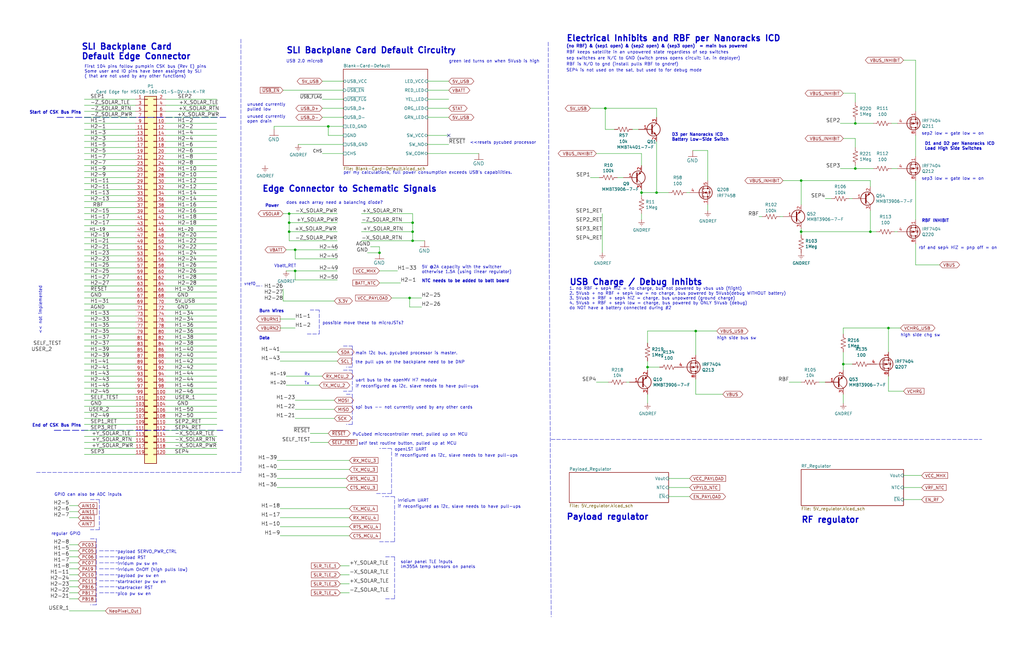
<source format=kicad_sch>
(kicad_sch (version 20211123) (generator eeschema)
  (paper "B")
  (title_block (title "Blank Card for SLI Backplane") (date "2021-11-05") (rev "A") (company "Sierra Lobo INC"))
  (junction (at 173.99 97.79))
  (junction (at 121.92 90.17))
  (junction (at 173.99 93.98))
  (junction (at 138.43 53.34))
  (junction (at 121.92 93.98))
  (junction (at 270.51 81.28))
  (junction (at 337.82 76.2))
  (junction (at 374.65 138.43))
  (junction (at 160.02 106.68))
  (junction (at 273.05 154.94))
  (junction (at 293.37 139.7))
  (junction (at 276.86 81.28))
  (junction (at 172.72 125.73))
  (junction (at 124.46 114.3))
  (junction (at 121.92 97.79))
  (junction (at 367.03 97.79))
  (junction (at 255.27 45.72))
  (junction (at 360.68 52.07))
  (junction (at 124.46 105.41))
  (junction (at 337.82 97.79))
  (junction (at 355.6 153.67))
  (junction (at 173.99 101.6))
  (junction (at 360.68 71.12))
  (no_connect (at 189.23 57.15))
  (wire (pts (xy 91.44 125.73) (xy 69.85 125.73)))
  (wire (pts (xy 91.44 49.53) (xy 69.85 49.53)))
  (polyline (pts (xy 38.1 227.33) (xy 40.64 227.33)))
  (wire (pts (xy 273.05 152.4) (xy 273.05 154.94)))
  (wire (pts (xy 29.21 252.73) (xy 33.02 252.73)))
  (polyline (pts (xy 162.56 252.73) (xy 166.37 252.73)))
  (wire (pts (xy 276.86 45.72) (xy 276.86 49.53)))
  (polyline (pts (xy 101.6 16.51) (xy 101.6 199.39)))
  (wire (pts (xy 91.44 59.69) (xy 69.85 59.69)))
  (wire (pts (xy 57.15 118.11) (xy 35.56 118.11)))
  (wire (pts (xy 189.23 45.72) (xy 180.34 45.72)))
  (wire (pts (xy 91.44 181.61) (xy 69.85 181.61)))
  (wire (pts (xy 57.15 125.73) (xy 35.56 125.73)))
  (wire (pts (xy 91.44 158.75) (xy 69.85 158.75)))
  (wire (pts (xy 57.15 120.65) (xy 35.56 120.65)))
  (wire (pts (xy 180.34 64.77) (xy 201.93 64.77)))
  (wire (pts (xy 118.11 138.43) (xy 124.46 138.43)))
  (wire (pts (xy 255.27 54.61) (xy 259.08 54.61)))
  (wire (pts (xy 130.81 182.88) (xy 138.43 182.88)))
  (wire (pts (xy 355.6 153.67) (xy 355.6 156.21)))
  (polyline (pts (xy 107.95 120.65) (xy 110.49 120.65)))
  (wire (pts (xy 270.51 90.17) (xy 270.51 92.71)))
  (wire (pts (xy 360.68 39.37) (xy 360.68 43.18)))
  (wire (pts (xy 135.89 45.72) (xy 144.78 45.72)))
  (wire (pts (xy 29.21 247.65) (xy 33.02 247.65)))
  (polyline (pts (xy 144.78 156.21) (xy 148.59 156.21)))
  (wire (pts (xy 57.15 171.45) (xy 35.56 171.45)))
  (wire (pts (xy 140.97 176.53) (xy 124.46 176.53)))
  (wire (pts (xy 273.05 166.37) (xy 273.05 170.18)))
  (wire (pts (xy 189.23 34.29) (xy 180.34 34.29)))
  (wire (pts (xy 57.15 67.31) (xy 35.56 67.31)))
  (wire (pts (xy 328.93 91.44) (xy 330.2 91.44)))
  (wire (pts (xy 57.15 140.97) (xy 35.56 140.97)))
  (wire (pts (xy 91.44 156.21) (xy 69.85 156.21)))
  (wire (pts (xy 367.03 97.79) (xy 369.57 97.79)))
  (polyline (pts (xy 49.53 240.03) (xy 49.53 240.03)))
  (wire (pts (xy 124.46 118.11) (xy 124.46 114.3)))
  (wire (pts (xy 29.21 237.49) (xy 33.02 237.49)))
  (polyline (pts (xy 166.37 228.6) (xy 166.37 209.55)))
  (wire (pts (xy 91.44 85.09) (xy 69.85 85.09)))
  (polyline (pts (xy 40.64 255.27) (xy 38.1 255.27)))
  (wire (pts (xy 57.15 41.91) (xy 35.56 41.91)))
  (polyline (pts (xy 41.91 237.49) (xy 49.53 237.49)))
  (wire (pts (xy 91.44 67.31) (xy 69.85 67.31)))
  (wire (pts (xy 173.99 93.98) (xy 152.4 93.98)))
  (wire (pts (xy 121.92 97.79) (xy 121.92 101.6)))
  (wire (pts (xy 355.6 58.42) (xy 360.68 58.42)))
  (wire (pts (xy 386.08 102.87) (xy 386.08 111.76)))
  (polyline (pts (xy 162.56 234.95) (xy 166.37 234.95)))
  (wire (pts (xy 91.44 128.27) (xy 69.85 128.27)))
  (polyline (pts (xy 49.53 237.49) (xy 49.53 237.49)))
  (wire (pts (xy 57.15 62.23) (xy 35.56 62.23)))
  (wire (pts (xy 57.15 151.13) (xy 35.56 151.13)))
  (wire (pts (xy 156.21 104.14) (xy 160.02 104.14)))
  (polyline (pts (xy 146.05 166.37) (xy 148.59 166.37)))
  (wire (pts (xy 320.04 91.44) (xy 321.31 91.44)))
  (wire (pts (xy 173.99 90.17) (xy 173.99 93.98)))
  (polyline (pts (xy 101.6 199.39) (xy 15.24 199.39)))
  (polyline (pts (xy 41.91 234.95) (xy 49.53 234.95)))
  (wire (pts (xy 142.24 148.59) (xy 118.11 148.59)))
  (wire (pts (xy 91.44 191.77) (xy 69.85 191.77)))
  (wire (pts (xy 360.68 71.12) (xy 354.33 71.12)))
  (wire (pts (xy 91.44 62.23) (xy 69.85 62.23)))
  (wire (pts (xy 337.82 76.2) (xy 337.82 86.36)))
  (wire (pts (xy 57.15 130.81) (xy 35.56 130.81)))
  (polyline (pts (xy 41.91 242.57) (xy 49.53 242.57)))
  (wire (pts (xy 189.23 49.53) (xy 180.34 49.53)))
  (wire (pts (xy 140.97 168.91) (xy 124.46 168.91)))
  (wire (pts (xy 57.15 59.69) (xy 35.56 59.69)))
  (wire (pts (xy 270.51 64.77) (xy 270.51 69.85)))
  (wire (pts (xy 358.14 83.82) (xy 359.41 83.82)))
  (wire (pts (xy 273.05 156.21) (xy 273.05 154.94)))
  (wire (pts (xy 337.82 96.52) (xy 337.82 97.79)))
  (wire (pts (xy 91.44 184.15) (xy 69.85 184.15)))
  (wire (pts (xy 177.8 125.73) (xy 172.72 125.73)))
  (wire (pts (xy 116.84 194.31) (xy 147.32 194.31)))
  (polyline (pts (xy 148.59 146.05) (xy 148.59 154.94)))
  (wire (pts (xy 355.6 138.43) (xy 355.6 140.97)))
  (polyline (pts (xy 41.91 210.82) (xy 41.91 223.52)))
  (wire (pts (xy 119.38 38.1) (xy 144.78 38.1)))
  (wire (pts (xy 276.86 81.28) (xy 281.94 81.28)))
  (wire (pts (xy 355.6 166.37) (xy 355.6 170.18)))
  (polyline (pts (xy 41.91 245.11) (xy 49.53 245.11)))
  (wire (pts (xy 57.15 153.67) (xy 35.56 153.67)))
  (wire (pts (xy 143.51 250.19) (xy 147.32 250.19)))
  (wire (pts (xy 121.92 90.17) (xy 121.92 93.98)))
  (wire (pts (xy 119.38 90.17) (xy 121.92 90.17)))
  (wire (pts (xy 270.51 81.28) (xy 270.51 82.55)))
  (wire (pts (xy 125.73 60.96) (xy 144.78 60.96)))
  (wire (pts (xy 91.44 54.61) (xy 69.85 54.61)))
  (wire (pts (xy 167.64 114.3) (xy 160.02 114.3)))
  (wire (pts (xy 91.44 82.55) (xy 69.85 82.55)))
  (wire (pts (xy 57.15 181.61) (xy 35.56 181.61)))
  (wire (pts (xy 57.15 148.59) (xy 35.56 148.59)))
  (polyline (pts (xy 148.59 179.07) (xy 146.05 179.07)))
  (wire (pts (xy 116.84 198.12) (xy 147.32 198.12)))
  (polyline (pts (xy 166.37 209.55) (xy 161.29 209.55)))
  (wire (pts (xy 57.15 156.21) (xy 35.56 156.21)))
  (wire (pts (xy 135.89 64.77) (xy 144.78 64.77)))
  (wire (pts (xy 91.44 173.99) (xy 69.85 173.99)))
  (wire (pts (xy 355.6 148.59) (xy 355.6 153.67)))
  (wire (pts (xy 138.43 57.15) (xy 138.43 53.34)))
  (polyline (pts (xy 148.59 154.94) (xy 146.05 154.94)))
  (wire (pts (xy 91.44 186.69) (xy 69.85 186.69)))
  (wire (pts (xy 57.15 69.85) (xy 35.56 69.85)))
  (wire (pts (xy 189.23 60.96) (xy 180.34 60.96)))
  (wire (pts (xy 355.6 39.37) (xy 360.68 39.37)))
  (wire (pts (xy 57.15 95.25) (xy 35.56 95.25)))
  (wire (pts (xy 330.2 76.2) (xy 337.82 76.2)))
  (wire (pts (xy 273.05 139.7) (xy 273.05 144.78)))
  (polyline (pts (xy 134.62 130.81) (xy 130.81 130.81)))
  (wire (pts (xy 57.15 52.07) (xy 35.56 52.07)))
  (polyline (pts (xy 158.75 208.28) (xy 165.1 208.28)))
  (wire (pts (xy 91.44 168.91) (xy 69.85 168.91)))
  (wire (pts (xy 91.44 151.13) (xy 69.85 151.13)))
  (wire (pts (xy 289.56 81.28) (xy 290.83 81.28)))
  (wire (pts (xy 57.15 44.45) (xy 35.56 44.45)))
  (polyline (pts (xy 40.64 227.33) (xy 40.64 255.27)))
  (wire (pts (xy 252.73 74.93) (xy 248.92 74.93)))
  (wire (pts (xy 381 25.4) (xy 386.08 25.4)))
  (wire (pts (xy 367.03 88.9) (xy 367.03 97.79)))
  (wire (pts (xy 57.15 46.99) (xy 35.56 46.99)))
  (wire (pts (xy 57.15 158.75) (xy 35.56 158.75)))
  (wire (pts (xy 57.15 113.03) (xy 35.56 113.03)))
  (wire (pts (xy 121.92 101.6) (xy 142.24 101.6)))
  (wire (pts (xy 33.02 218.44) (xy 29.21 218.44)))
  (wire (pts (xy 172.72 129.54) (xy 177.8 129.54)))
  (wire (pts (xy 168.91 119.38) (xy 160.02 119.38)))
  (wire (pts (xy 91.44 87.63) (xy 69.85 87.63)))
  (wire (pts (xy 374.65 138.43) (xy 374.65 148.59)))
  (wire (pts (xy 29.21 242.57) (xy 33.02 242.57)))
  (wire (pts (xy 293.37 160.02) (xy 293.37 166.37)))
  (wire (pts (xy 270.51 80.01) (xy 270.51 81.28)))
  (wire (pts (xy 57.15 54.61) (xy 35.56 54.61)))
  (polyline (pts (xy 41.91 240.03) (xy 49.53 240.03)))
  (wire (pts (xy 266.7 54.61) (xy 269.24 54.61)))
  (wire (pts (xy 29.21 232.41) (xy 33.02 232.41)))
  (wire (pts (xy 298.45 63.5) (xy 292.1 63.5)))
  (wire (pts (xy 91.44 72.39) (xy 69.85 72.39)))
  (wire (pts (xy 381 205.74) (xy 388.62 205.74)))
  (wire (pts (xy 302.26 139.7) (xy 293.37 139.7)))
  (wire (pts (xy 120.65 162.56) (xy 134.62 162.56)))
  (wire (pts (xy 135.89 41.91) (xy 144.78 41.91)))
  (wire (pts (xy 91.44 153.67) (xy 69.85 153.67)))
  (wire (pts (xy 248.92 45.72) (xy 255.27 45.72)))
  (wire (pts (xy 293.37 166.37) (xy 304.8 166.37)))
  (wire (pts (xy 172.72 125.73) (xy 172.72 129.54)))
  (polyline (pts (xy 134.62 140.97) (xy 134.62 130.81)))
  (wire (pts (xy 57.15 107.95) (xy 35.56 107.95)))
  (wire (pts (xy 57.15 168.91) (xy 35.56 168.91)))
  (wire (pts (xy 57.15 166.37) (xy 35.56 166.37)))
  (wire (pts (xy 124.46 114.3) (xy 142.24 114.3)))
  (wire (pts (xy 124.46 109.22) (xy 142.24 109.22)))
  (wire (pts (xy 386.08 76.2) (xy 386.08 92.71)))
  (polyline (pts (xy 148.59 165.1) (xy 144.78 165.1)))
  (wire (pts (xy 360.68 50.8) (xy 360.68 52.07)))
  (wire (pts (xy 377.19 97.79) (xy 378.46 97.79)))
  (wire (pts (xy 189.23 57.15) (xy 180.34 57.15)))
  (wire (pts (xy 360.68 58.42) (xy 360.68 62.23)))
  (wire (pts (xy 337.82 97.79) (xy 337.82 99.06)))
  (polyline (pts (xy 24.13 49.53) (xy 95.25 49.53)) (stroke (width 0.254)))
  (wire (pts (xy 116.84 201.93) (xy 146.05 201.93)))
  (wire (pts (xy 270.51 81.28) (xy 276.86 81.28)))
  (wire (pts (xy 143.51 246.38) (xy 147.32 246.38)))
  (wire (pts (xy 33.02 250.19) (xy 29.21 250.19)))
  (wire (pts (xy 135.89 34.29) (xy 144.78 34.29)))
  (wire (pts (xy 154.94 106.68) (xy 160.02 106.68)))
  (wire (pts (xy 91.44 123.19) (xy 69.85 123.19)))
  (wire (pts (xy 57.15 105.41) (xy 35.56 105.41)))
  (wire (pts (xy 91.44 148.59) (xy 69.85 148.59)))
  (wire (pts (xy 179.07 101.6) (xy 173.99 101.6)))
  (wire (pts (xy 386.08 111.76) (xy 396.24 111.76)))
  (wire (pts (xy 57.15 74.93) (xy 35.56 74.93)))
  (wire (pts (xy 57.15 135.89) (xy 35.56 135.89)))
  (wire (pts (xy 116.84 205.74) (xy 146.05 205.74)))
  (wire (pts (xy 91.44 80.01) (xy 69.85 80.01)))
  (wire (pts (xy 91.44 107.95) (xy 69.85 107.95)))
  (wire (pts (xy 57.15 90.17) (xy 35.56 90.17)))
  (wire (pts (xy 57.15 191.77) (xy 35.56 191.77)))
  (wire (pts (xy 359.41 153.67) (xy 355.6 153.67)))
  (polyline (pts (xy 166.37 234.95) (xy 166.37 252.73)))
  (wire (pts (xy 118.11 222.25) (xy 147.32 222.25)))
  (wire (pts (xy 57.15 173.99) (xy 35.56 173.99)))
  (wire (pts (xy 375.92 71.12) (xy 378.46 71.12)))
  (polyline (pts (xy 22.86 181.61) (xy 93.98 181.61)) (stroke (width 0.254)))
  (wire (pts (xy 255.27 54.61) (xy 255.27 45.72)))
  (wire (pts (xy 57.15 49.53) (xy 35.56 49.53)))
  (wire (pts (xy 173.99 97.79) (xy 152.4 97.79)))
  (wire (pts (xy 91.44 44.45) (xy 69.85 44.45)))
  (wire (pts (xy 57.15 138.43) (xy 35.56 138.43)))
  (wire (pts (xy 367.03 76.2) (xy 367.03 78.74)))
  (wire (pts (xy 57.15 146.05) (xy 35.56 146.05)))
  (wire (pts (xy 91.44 90.17) (xy 69.85 90.17)))
  (polyline (pts (xy 160.02 228.6) (xy 166.37 228.6)))
  (wire (pts (xy 57.15 92.71) (xy 35.56 92.71)))
  (wire (pts (xy 91.44 41.91) (xy 69.85 41.91)))
  (wire (pts (xy 251.46 64.77) (xy 270.51 64.77)))
  (wire (pts (xy 91.44 143.51) (xy 69.85 143.51)))
  (polyline (pts (xy 41.91 247.65) (xy 49.53 247.65)))
  (wire (pts (xy 57.15 110.49) (xy 35.56 110.49)))
  (wire (pts (xy 140.97 172.72) (xy 124.46 172.72)))
  (wire (pts (xy 91.44 146.05) (xy 69.85 146.05)))
  (wire (pts (xy 57.15 115.57) (xy 35.56 115.57)))
  (wire (pts (xy 173.99 93.98) (xy 173.99 97.79)))
  (wire (pts (xy 57.15 128.27) (xy 35.56 128.27)))
  (wire (pts (xy 290.83 201.93) (xy 281.94 201.93)))
  (wire (pts (xy 91.44 69.85) (xy 69.85 69.85)))
  (wire (pts (xy 91.44 179.07) (xy 69.85 179.07)))
  (wire (pts (xy 144.78 57.15) (xy 138.43 57.15)))
  (wire (pts (xy 91.44 110.49) (xy 69.85 110.49)))
  (polyline (pts (xy 1041.4 464.82) (xy 1041.4 452.12)))
  (wire (pts (xy 57.15 133.35) (xy 35.56 133.35)))
  (wire (pts (xy 57.15 85.09) (xy 35.56 85.09)))
  (polyline (pts (xy 165.1 208.28) (xy 165.1 189.23)))
  (wire (pts (xy 57.15 80.01) (xy 35.56 80.01)))
  (wire (pts (xy 332.74 161.29) (xy 337.82 161.29)))
  (wire (pts (xy 251.46 161.29) (xy 256.54 161.29)))
  (wire (pts (xy 189.23 38.1) (xy 180.34 38.1)))
  (wire (pts (xy 119.38 127) (xy 140.97 127)))
  (wire (pts (xy 355.6 138.43) (xy 374.65 138.43)))
  (wire (pts (xy 115.57 53.34) (xy 138.43 53.34)))
  (wire (pts (xy 298.45 63.5) (xy 298.45 76.2)))
  (wire (pts (xy 388.62 200.66) (xy 381 200.66)))
  (wire (pts (xy 91.44 166.37) (xy 69.85 166.37)))
  (polyline (pts (xy 231.14 17.78) (xy 232.41 260.35)))
  (polyline (pts (xy 129.54 140.97) (xy 134.62 140.97)))
  (wire (pts (xy 57.15 123.19) (xy 35.56 123.19)))
  (wire (pts (xy 375.92 52.07) (xy 378.46 52.07)))
  (wire (pts (xy 254 90.17) (xy 254 106.68)))
  (wire (pts (xy 91.44 57.15) (xy 69.85 57.15)))
  (wire (pts (xy 142.24 152.4) (xy 118.11 152.4)))
  (wire (pts (xy 29.21 257.81) (xy 44.45 257.81)))
  (wire (pts (xy 120.65 105.41) (xy 124.46 105.41)))
  (wire (pts (xy 273.05 139.7) (xy 293.37 139.7)))
  (wire (pts (xy 29.21 215.9) (xy 33.02 215.9)))
  (wire (pts (xy 115.57 53.34) (xy 115.57 54.61)))
  (wire (pts (xy 347.98 83.82) (xy 350.52 83.82)))
  (wire (pts (xy 91.44 163.83) (xy 69.85 163.83)))
  (wire (pts (xy 57.15 97.79) (xy 35.56 97.79)))
  (wire (pts (xy 379.73 138.43) (xy 374.65 138.43)))
  (wire (pts (xy 91.44 100.33) (xy 69.85 100.33)))
  (polyline (pts (xy 148.59 156.21) (xy 148.59 165.1)))
  (wire (pts (xy 121.92 93.98) (xy 121.92 97.79)))
  (polyline (pts (xy 165.1 189.23) (xy 160.02 189.23)))
  (wire (pts (xy 57.15 87.63) (xy 35.56 87.63)))
  (wire (pts (xy 360.68 71.12) (xy 368.3 71.12)))
  (wire (pts (xy 91.44 92.71) (xy 69.85 92.71)))
  (wire (pts (xy 255.27 45.72) (xy 276.86 45.72)))
  (wire (pts (xy 281.94 205.74) (xy 290.83 205.74)))
  (wire (pts (xy 91.44 130.81) (xy 69.85 130.81)))
  (wire (pts (xy 119.38 127) (xy 119.38 121.92)))
  (wire (pts (xy 142.24 93.98) (xy 121.92 93.98)))
  (wire (pts (xy 124.46 134.62) (xy 118.11 134.62)))
  (wire (pts (xy 374.65 165.1) (xy 381 165.1)))
  (wire (pts (xy 293.37 139.7) (xy 293.37 149.86)))
  (wire (pts (xy 180.34 41.91) (xy 189.23 41.91)))
  (wire (pts (xy 91.44 115.57) (xy 69.85 115.57)))
  (wire (pts (xy 130.81 186.69) (xy 138.43 186.69)))
  (wire (pts (xy 260.35 74.93) (xy 262.89 74.93)))
  (wire (pts (xy 33.02 240.03) (xy 29.21 240.03)))
  (wire (pts (xy 142.24 105.41) (xy 124.46 105.41)))
  (wire (pts (xy 143.51 238.76) (xy 147.32 238.76)))
  (wire (pts (xy 91.44 77.47) (xy 69.85 77.47)))
  (wire (pts (xy 144.78 53.34) (xy 138.43 53.34)))
  (wire (pts (xy 91.44 176.53) (xy 69.85 176.53)))
  (wire (pts (xy 135.89 49.53) (xy 144.78 49.53)))
  (wire (pts (xy 91.44 118.11) (xy 69.85 118.11)))
  (wire (pts (xy 264.16 161.29) (xy 265.43 161.29)))
  (wire (pts (xy 57.15 176.53) (xy 35.56 176.53)))
  (wire (pts (xy 337.82 97.79) (xy 367.03 97.79)))
  (wire (pts (xy 381 210.82) (xy 388.62 210.82)))
  (wire (pts (xy 57.15 72.39) (xy 35.56 72.39)))
  (wire (pts (xy 91.44 105.41) (xy 69.85 105.41)))
  (wire (pts (xy 91.44 189.23) (xy 69.85 189.23)))
  (wire (pts (xy 57.15 189.23) (xy 35.56 189.23)))
  (wire (pts (xy 91.44 95.25) (xy 69.85 95.25)))
  (wire (pts (xy 91.44 74.93) (xy 69.85 74.93)))
  (wire (pts (xy 57.15 102.87) (xy 35.56 102.87)))
  (wire (pts (xy 91.44 140.97) (xy 69.85 140.97)))
  (wire (pts (xy 124.46 105.41) (xy 124.46 109.22)))
  (wire (pts (xy 143.51 242.57) (xy 147.32 242.57)))
  (wire (pts (xy 118.11 218.44) (xy 147.32 218.44)))
  (wire (pts (xy 29.21 229.87) (xy 33.02 229.87)))
  (wire (pts (xy 57.15 163.83) (xy 35.56 163.83)))
  (wire (pts (xy 57.15 184.15) (xy 35.56 184.15)))
  (polyline (pts (xy 41.91 232.41) (xy 49.53 232.41)))
  (polyline (pts (xy 38.1 210.82) (xy 41.91 210.82)))
  (wire (pts (xy 374.65 158.75) (xy 374.65 165.1)))
  (wire (pts (xy 360.68 52.07) (xy 368.3 52.07)))
  (wire (pts (xy 57.15 100.33) (xy 35.56 100.33)))
  (wire (pts (xy 91.44 171.45) (xy 69.85 171.45)))
  (wire (pts (xy 281.94 209.55) (xy 290.83 209.55)))
  (wire (pts (xy 386.08 25.4) (xy 386.08 46.99)))
  (wire (pts (xy 121.92 90.17) (xy 142.24 90.17)))
  (wire (pts (xy 91.44 120.65) (xy 69.85 120.65)))
  (wire (pts (xy 57.15 186.69) (xy 35.56 186.69)))
  (wire (pts (xy 91.44 102.87) (xy 69.85 102.87)))
  (wire (pts (xy 276.86 59.69) (xy 276.86 81.28)))
  (wire (pts (xy 57.15 143.51) (xy 35.56 143.51)))
  (wire (pts (xy 57.15 57.15) (xy 35.56 57.15)))
  (wire (pts (xy 142.24 97.79) (xy 121.92 97.79)))
  (wire (pts (xy 91.44 135.89) (xy 69.85 135.89)))
  (wire (pts (xy 160.02 104.14) (xy 160.02 106.68)))
  (wire (pts (xy 386.08 66.04) (xy 386.08 57.15)))
  (wire (pts (xy 173.99 90.17) (xy 152.4 90.17)))
  (wire (pts (xy 173.99 101.6) (xy 152.4 101.6)))
  (polyline (pts (xy 41.91 250.19) (xy 49.53 250.19)))
  (wire (pts (xy 91.44 113.03) (xy 69.85 113.03)))
  (wire (pts (xy 57.15 64.77) (xy 35.56 64.77)))
  (polyline (pts (xy 148.59 166.37) (xy 148.59 179.07)))
  (wire (pts (xy 91.44 64.77) (xy 69.85 64.77)))
  (polyline (pts (xy 41.91 223.52) (xy 38.1 223.52)))
  (wire (pts (xy 345.44 161.29) (xy 347.98 161.29)))
  (wire (pts (xy 91.44 46.99) (xy 69.85 46.99)))
  (wire (pts (xy 91.44 161.29) (xy 69.85 161.29)))
  (wire (pts (xy 91.44 97.79) (xy 69.85 97.79)))
  (wire (pts (xy 124.46 118.11) (xy 142.24 118.11)))
  (wire (pts (xy 33.02 245.11) (xy 29.21 245.11)))
  (wire (pts (xy 337.82 76.2) (xy 367.03 76.2)))
  (wire (pts (xy 360.68 69.85) (xy 360.68 71.12)))
  (wire (pts (xy 33.02 213.36) (xy 29.21 213.36)))
  (polyline (pts (xy 232.41 185.42) (xy 414.02 185.42)))
  (wire (pts (xy 57.15 179.07) (xy 35.56 179.07)))
  (wire (pts (xy 173.99 97.79) (xy 173.99 101.6)))
  (wire (pts (xy 57.15 161.29) (xy 35.56 161.29)))
  (wire (pts (xy 120.65 114.3) (xy 124.46 114.3)))
  (wire (pts (xy 354.33 52.07) (xy 360.68 52.07)))
  (wire (pts (xy 91.44 133.35) (xy 69.85 133.35)))
  (polyline (pts (xy 144.78 146.05) (xy 148.59 146.05)))
  (wire (pts (xy 91.44 138.43) (xy 69.85 138.43)))
  (wire (pts (xy 33.02 234.95) (xy 29.21 234.95)))
  (wire (pts (xy 57.15 82.55) (xy 35.56 82.55)))
  (wire (pts (xy 165.1 125.73) (xy 172.72 125.73)))
  (wire (pts (xy 278.13 154.94) (xy 273.05 154.94)))
  (wire (pts (xy 118.11 226.06) (xy 147.32 226.06)))
  (wire (pts (xy 118.11 214.63) (xy 147.32 214.63)))
  (wire (pts (xy 135.89 158.75) (xy 120.65 158.75)))
  (wire (pts (xy 298.45 86.36) (xy 298.45 88.9)))
  (wire (pts (xy 35.56 77.47) (xy 57.15 77.47)))
  (wire (pts (xy 91.44 52.07) (xy 69.85 52.07)))
  (text "rbf and sep4 HiZ = pnp off = on" (at 387.35 105.41 0) (effects (font (size 1.27 1.27)) (justify left bottom)))
  (text "SEP4 is not used on the sat, but used to for debug mode" (at 238.76 30.48 0) (effects (font (size 1.27 1.27)) (justify left bottom)))
  (text "pico pw sw en" (at 49.53 251.46 0) (effects (font (size 1.27 1.27)) (justify left bottom)))
  (text "possible move these to microJSTs?" (at 135.89 137.16 0) (effects (font (size 1.27 1.27)) (justify left bottom)))
  (text "high side chg sw" (at 379.73 142.24 0) (effects (font (size 1.27 1.27)) (justify left bottom)))
  (text "Power" (at 111.76 87.63 0) (effects (font (size 1.27 1.27) (thickness 0.254) bold) (justify left bottom)))
  (text "if reconfigured as i2c, slave needs to have pull-ups" (at 149.86 163.83 0) (effects (font (size 1.27 1.27)) (justify left bottom)))
  (text "RBF is N/O to gnd (install pulls RBF to gndref)" (at 238.76 27.94 0) (effects (font (size 1.27 1.27)) (justify left bottom)))
  (text "Tx" (at 128.27 162.56 0) (effects (font (size 1.27 1.27)) (justify left bottom)))
  (text "RBF INHIBIT" (at 388.62 93.98 0) (effects (font (size 1.27 1.27) (thickness 0.254) bold) (justify left bottom)))
  (text "irridum OnOff (high pulls low)" (at 49.53 241.3 0) (effects (font (size 1.27 1.27)) (justify left bottom)))
  (text "spi bus -- not currently used by any other cards" (at 149.86 172.72 0) (effects (font (size 1.27 1.27)) (justify left bottom)))
  (text "NTC needs to be added to batt board" (at 177.8 119.38 0) (effects (font (size 1.27 1.27) (thickness 0.254) bold) (justify left bottom)))
  (text "SLI Backplane Card \nDefault Edge Connector" (at 34.29 25.4 0) (effects (font (size 2.54 2.54) (thickness 0.508) bold) (justify left bottom)))
  (text "Data" (at 109.22 143.51 0) (effects (font (size 1.27 1.27) (thickness 0.254) bold) (justify left bottom)))
  (text "solar panel TLE inputs\nlm355A temp sensors on panels" (at 168.91 240.03 0) (effects (font (size 1.27 1.27)) (justify left bottom)))
  (text "sep2 low = gate low = on" (at 388.62 57.15 0) (effects (font (size 1.27 1.27)) (justify left bottom)))
  (text "Start of CSK Bus Pins" (at 34.29 48.26 180) (effects (font (size 1.27 1.27) (thickness 0.254) bold) (justify right bottom)))
  (text "PuCubed microcontroller reset, pulled up on MCU" (at 148.59 184.15 0) (effects (font (size 1.27 1.27)) (justify left bottom)))
  (text "USB 2.0 microB" (at 120.65 26.67 0) (effects (font (size 1.27 1.27)) (justify left bottom)))
  (text "regular GPIO" (at 21.59 226.06 0) (effects (font (size 1.27 1.27)) (justify left bottom)))
  (text "Irridium UART" (at 167.64 212.09 0) (effects (font (size 1.27 1.27)) (justify left bottom)))
  (text "startracker pw sw en" (at 49.53 246.38 0) (effects (font (size 1.27 1.27)) (justify left bottom)))
  (text "startracker RST" (at 49.53 248.92 0) (effects (font (size 1.27 1.27)) (justify left bottom)))
  (text "5V @2A capacity with the switcher\notherwise 1.5A (using linear regulator)" (at 177.8 115.57 0) (effects (font (size 1.27 1.27)) (justify left bottom)))
  (text "if reconfigured as i2c, slave needs to have pull-ups" (at 167.64 214.63 0) (effects (font (size 1.27 1.27)) (justify left bottom)))
  (text "D3 per Nanoracks ICD\nBattery Low-Side Switch" (at 283.21 59.69 0) (effects (font (size 1.27 1.27) (thickness 0.254) bold) (justify left bottom)))
  (text "D1 and D2 per Nanoracks ICD\nLoad High Side Switches" (at 389.89 63.5 0) (effects (font (size 1.27 1.27) (thickness 0.254) bold) (justify left bottom)))
  (text "unused currently \nopen drain" (at 104.14 52.07 0) (effects (font (size 1.27 1.27)) (justify left bottom)))
  (text "openLST UART" (at 166.37 190.5 0) (effects (font (size 1.27 1.27)) (justify left bottom)))
  (text "GPIO can also be ADC inputs" (at 22.86 209.55 0) (effects (font (size 1.27 1.27)) (justify left bottom)))
  (text "unused currently\npulled low" (at 104.14 46.99 0) (effects (font (size 1.27 1.27)) (justify left bottom)))
  (text "sep switches are N/C to GND (switch press opens circuit; i.e. in deployer)" (at 238.76 25.4 0) (effects (font (size 1.27 1.27)) (justify left bottom)))
  (text "main i2c bus, pycubed processor is master. " (at 149.86 149.86 0) (effects (font (size 1.27 1.27)) (justify left bottom)))
  (text "sep3 low = gate low = on" (at 388.62 76.2 0) (effects (font (size 1.27 1.27)) (justify left bottom)))
  (text "uart bus to the openMV H7 module" (at 149.86 161.29 0) (effects (font (size 1.27 1.27)) (justify left bottom)))
  (text "payload RST" (at 49.53 236.22 0) (effects (font (size 1.27 1.27)) (justify left bottom)))
  (text "does each array need a balancing diode?" (at 120.65 86.36 0) (effects (font (size 1.27 1.27)) (justify left bottom)))
  (text "RF regulator" (at 337.82 220.98 0) (effects (font (size 2.54 2.54) (thickness 0.508) bold) (justify left bottom)))
  (text "USB Charge / Debug Inhibts" (at 240.03 120.65 0) (effects (font (size 2.54 2.54) (thickness 0.508) bold) (justify left bottom)))
  (text "RBF keeps satellite in an unpowered state regardless of sep switches" (at 238.76 22.86 0) (effects (font (size 1.27 1.27)) (justify left bottom)))
  (text "vref0" (at 102.87 120.65 0) (effects (font (size 1.27 1.27)) (justify left bottom)))
  (text "Rx" (at 128.27 158.75 0) (effects (font (size 1.27 1.27)) (justify left bottom)))
  (text "self test routine button, pulled up at MCU" (at 151.13 187.96 0) (effects (font (size 1.27 1.27)) (justify left bottom)))
  (text "1. no RBF + sep4 hiZ = no charge, bus not powered by vbus usb (flight)\n2. 5Vusb + no RBF + sep4 low = no charge, bus powered by 5Vusb(debug WITHOUT battery)\n3. 5Vusb + RBF + sep4 hiZ = charge, bus unpowered (ground charge)\n4. 5Vusb + RBF + sep4 low = charge, bus powered by ONLY 5Vusb (debug)\ndo NOT have a battery connected during #2\n" (at 240.03 130.81 0) (effects (font (size 1.27 1.27)) (justify left bottom)))
  (text "<< not implemented" (at 17.78 140.97 90) (effects (font (size 1.27 1.27)) (justify left bottom)))
  (text "green led turns on when 5Vusb is high" (at 189.23 26.67 0) (effects (font (size 1.27 1.27)) (justify left bottom)))
  (text "Burn Wires" (at 109.22 132.08 0) (effects (font (size 1.27 1.27) (thickness 0.254) bold) (justify left bottom)))
  (text "Edge Connector to Schematic Signals" (at 110.49 81.28 0) (effects (font (size 2.54 2.54) (thickness 0.508) bold) (justify left bottom)))
  (text "high side bus sw" (at 302.26 143.51 0) (effects (font (size 1.27 1.27)) (justify left bottom)))
  (text "SLI Backplane Card Default Circuitry" (at 120.65 22.86 0) (effects (font (size 2.54 2.54) (thickness 0.508) bold) (justify left bottom)))
  (text "<<resets pycubed processor" (at 198.12 60.96 0) (effects (font (size 1.27 1.27)) (justify left bottom)))
  (text "if reconfigured as i2c, slave needs to have pull-ups" (at 166.37 193.04 0) (effects (font (size 1.27 1.27)) (justify left bottom)))
  (text "End of CSK Bus Pins" (at 34.29 180.34 180) (effects (font (size 1.27 1.27) (thickness 0.254) bold) (justify right bottom)))
  (text "Electrical Inhibits and RBF per Nanoracks ICD" (at 238.76 17.78 0) (effects (font (size 2.54 2.54) (thickness 0.508) bold) (justify left bottom)))
  (text "irridum pw sw en" (at 49.53 238.76 0) (effects (font (size 1.27 1.27)) (justify left bottom)))
  (text "Vbatt_RET" (at 115.57 113.03 0) (effects (font (size 1.27 1.27)) (justify left bottom)))
  (text "payload pw sw en" (at 49.53 243.84 0) (effects (font (size 1.27 1.27)) (justify left bottom)))
  (text "the pull ups on the backplane need to be DNP" (at 149.86 153.67 0) (effects (font (size 1.27 1.27)) (justify left bottom)))
  (text "(no RBF) & (sep1 open) & (sep2 open) & (sep3 open)  = main bus powered" (at 238.76 20.32 0) (effects (font (size 1.27 1.27) (thickness 0.254) bold) (justify left bottom)))
  (text "per my calculations, full power consumption exceeds USB's capabilities." (at 144.78 73.66 0) (effects (font (size 1.27 1.27)) (justify left bottom)))
  (text "payload SERVO_PWR_CTRL" (at 49.53 233.68 0) (effects (font (size 1.27 1.27)) (justify left bottom)))
  (text "Payload regulator" (at 238.76 219.71 0) (effects (font (size 2.54 2.54) (thickness 0.508) bold) (justify left bottom)))
  (text "First 104 pins follow pumpkin CSK bus (Rev E) pins\nSome user and IO pins have been assigned by SLI \n( that are not used by any other functions)" (at 35.56 33.02 0) (effects (font (size 1.27 1.27)) (justify left bottom)))
  (label "H1-28" (at 74.93 118.11 0) (effects (font (size 1.524 1.524))))
  (label "~{RESET}" (at 130.81 182.88 180) (effects (font (size 1.524 1.524))))
  (label "H2-16" (at 74.93 90.17 0) (effects (font (size 1.524 1.524))))
  (label "SEP3_RET" (at 254 97.79 180) (effects (font (size 1.524 1.524))))
  (label "H1-33" (at 167.64 114.3 0) (effects (font (size 1.524 1.524))))
  (label "SEP2_RET" (at 73.66 179.07 0) (effects (font (size 1.524 1.524))))
  (label "H1-8" (at 74.93 67.31 0) (effects (font (size 1.524 1.524))))
  (label "H2-50" (at 134.62 118.11 0) (effects (font (size 1.524 1.524))))
  (label "H1-21" (at 38.1 102.87 0) (effects (font (size 1.524 1.524))))
  (label "+X_SOLAR_PWR" (at 124.206 97.79 0) (effects (font (size 1.524 1.524))))
  (label "H1-16" (at 74.93 87.63 0) (effects (font (size 1.524 1.524))))
  (label "H1-1" (at 124.46 134.62 0) (effects (font (size 1.524 1.524))))
  (label "H2-35" (at 38.1 140.97 0) (effects (font (size 1.524 1.524))))
  (label "SELF_TEST" (at 38.1 168.91 0) (effects (font (size 1.524 1.524))))
  (label "H1-35" (at 38.1 138.43 0) (effects (font (size 1.524 1.524))))
  (label "RBF" (at 39.116 87.63 0) (effects (font (size 1.524 1.524))))
  (label "H2-24" (at 29.21 245.11 180) (effects (font (size 1.524 1.524))))
  (label "H2-22" (at 74.93 105.41 0) (effects (font (size 1.524 1.524))))
  (label "H1-7" (at 29.21 237.49 180) (effects (font (size 1.524 1.524))))
  (label "H2-21" (at 29.21 252.73 180) (effects (font (size 1.524 1.524))))
  (label "H2-33" (at 38.1 135.89 0) (effects (font (size 1.524 1.524))))
  (label "SEP3_RET" (at 38.1 181.61 0) (effects (font (size 1.524 1.524))))
  (label "H2-9" (at 38.1 74.93 0) (effects (font (size 1.524 1.524))))
  (label "H1-21" (at 124.46 176.53 180) (effects (font (size 1.524 1.524))))
  (label "CHS" (at 135.89 64.77 180))
  (label "H1-2" (at 74.93 52.07 0) (effects (font (size 1.524 1.524))))
  (label "H1-10" (at 118.11 222.25 180) (effects (font (size 1.524 1.524))))
  (label "H2-14" (at 74.93 85.09 0) (effects (font (size 1.524 1.524))))
  (label "H2-45" (at 38.1 166.37 0) (effects (font (size 1.524 1.524))))
  (label "H1-34" (at 73.66 133.35 0) (effects (font (size 1.524 1.524))))
  (label "H1-11" (at 38.1 77.47 0) (effects (font (size 1.524 1.524))))
  (label "H1-36" (at 73.66 138.43 0) (effects (font (size 1.524 1.524))))
  (label "H2-8" (at 29.21 229.87 180) (effects (font (size 1.524 1.524))))
  (label "+Y_SOLAR_TLE" (at 147.32 238.76 0) (effects (font (size 1.524 1.524))))
  (label "SEP4" (at 73.66 191.77 0) (effects (font (size 1.524 1.524))))
  (label "H1-41" (at 38.1 153.67 0) (effects (font (size 1.524 1.524))))
  (label "H2-25" (at 38.1 115.57 0) (effects (font (size 1.524 1.524))))
  (label "~{RESET}" (at 189.23 60.96 0) (effects (font (size 1.524 1.524))))
  (label "H1-5" (at 29.21 232.41 180) (effects (font (size 1.524 1.524))))
  (label "SEP3" (at 354.33 71.12 180) (effects (font (size 1.524 1.524))))
  (label "H1-46" (at 73.66 163.83 0) (effects (font (size 1.524 1.524))))
  (label "+X_SOLAR_TLE" (at 75.438 44.45 0) (effects (font (size 1.524 1.524))))
  (label "H1-20" (at 120.65 162.56 180))
  (label "H2-28" (at 119.38 127 180) (effects (font (size 1.524 1.524))))
  (label "H1-9" (at 118.11 226.06 180) (effects (font (size 1.524 1.524))))
  (label "H1-20" (at 74.93 97.79 0))
  (label "H1-39" (at 38.1 148.59 0) (effects (font (size 1.524 1.524))))
  (label "-Z_SOLAR_PWR" (at 124.46 101.6 0) (effects (font (size 1.524 1.524))))
  (label "H2-19" (at 38.1 100.33 0) (effects (font (size 1.524 1.524))))
  (label "H2-38" (at 73.66 146.05 0) (effects (font (size 1.524 1.524))))
  (label "SELF_TEST" (at 130.81 186.69 180) (effects (font (size 1.524 1.524))))
  (label "GND" (at 155.194 106.68 180) (effects (font (size 1.524 1.524))))
  (label "~{RESET}" (at 38.1 123.19 0) (effects (font (size 1.524 1.524))))
  (label "H1-33" (at 38.1 133.35 0) (effects (font (size 1.524 1.524))))
  (label "H1-25" (at 38.1 113.03 0) (effects (font (size 1.524 1.524))))
  (label "+X_SOLAR_PWR" (at 74.676 49.53 0) (effects (font (size 1.524 1.524))))
  (label "H2-42" (at 73.66 156.21 0) (effects (font (size 1.524 1.524))))
  (label "H2-28" (at 74.93 120.65 0) (effects (font (size 1.524 1.524))))
  (label "H2-44" (at 73.66 161.29 0) (effects (font (size 1.524 1.524))))
  (label "-Z_SOLAR_TLE" (at 38.1 44.45 0) (effects (font (size 1.524 1.524))))
  (label "H2-46" (at 73.66 166.37 0) (effects (font (size 1.524 1.524))))
  (label "H2-18" (at 74.93 95.25 0) (effects (font (size 1.524 1.524))))
  (label "USER_2" (at 37.338 173.99 0) (effects (font (size 1.524 1.524))))
  (label "-X_SOLAR_PWR" (at 73.66 189.23 0) (effects (font (size 1.524 1.524))))
  (label "H1-40" (at 73.66 148.59 0) (effects (font (size 1.524 1.524))))
  (label "H2-24" (at 74.93 110.49 0) (effects (font (size 1.524 1.524))))
  (label "-Z_SOLAR_RTN" (at 38.1 46.99 0) (effects (font (size 1.524 1.524))))
  (label "SEP2" (at 74.93 41.91 0) (effects (font (size 1.524 1.524))))
  (label "USER_1" (at 29.21 257.81 180) (effects (font (size 1.524 1.524))))
  (label "H1-45" (at 38.1 163.83 0) (effects (font (size 1.524 1.524))))
  (label "H2-20" (at 74.93 100.33 0) (effects (font (size 1.524 1.524))))
  (label "H1-12" (at 74.93 77.47 0) (effects (font (size 1.524 1.524))))
  (label "+Y_SOLAR_RTN" (at 38.608 186.69 0) (effects (font (size 1.524 1.524))))
  (label "-X_SOLAR_TLE" (at 147.32 242.57 0) (effects (font (size 1.524 1.524))))
  (label "H1-22" (at 124.46 172.72 180) (effects (font (size 1.524 1.524))))
  (label "GND" (at 74.676 171.45 0) (effects (font (size 1.524 1.524))))
  (label "H1-11" (at 29.21 242.57 180) (effects (font (size 1.524 1.524))))
  (label "+Y_SOLAR_TLE" (at 38.608 184.15 0) (effects (font (size 1.524 1.524))))
  (label "SEP1" (at 248.92 74.93 180) (effects (font (size 1.524 1.524))))
  (label "H2-34" (at 73.66 135.89 0) (effects (font (size 1.524 1.524))))
  (label "H1-17" (at 38.1 92.71 0) (effects (font (size 1.524 1.524))))
  (label "H1-26" (at 74.93 113.03 0) (effects (font (size 1.524 1.524))))
  (label "-X_SOLAR_TLE" (at 73.66 184.15 0) (effects (font (size 1.524 1.524))))
  (label "H2-4" (at 74.93 59.69 0) (effects (font (size 1.524 1.524))))
  (label "RBF" (at 332.74 161.29 180) (effects (font (size 1.524 1.524))))
  (label "H2-46" (at 134.62 105.41 0) (effects (font (size 1.524 1.524))))
  (label "RBF" (at 320.04 91.44 180) (effects (font (size 1.524 1.524))))
  (label "H2-27" (at 38.1 120.65 0) (effects (font (size 1.524 1.524))))
  (label "SELF_TEST" (at 13.97 146.05 0) (effects (font (size 1.524 1.524))))
  (label "H1-17" (at 118.11 218.44 180) (effects (font (size 1.524 1.524))))
  (label "H2-39" (at 38.1 151.13 0) (effects (font (size 1.524 1.524))))
  (label "H2-11" (at 38.1 80.01 0) (effects (font (size 1.524 1.524))))
  (label "H1-19" (at 120.65 158.75 180))
  (label "H2-6" (at 29.21 215.9 180) (effects (font (size 1.524 1.524))))
  (label "+Y_SOLAR_RTN" (at 152.908 97.79 0) (effects (font (size 1.524 1.524))))
  (label "-Z_SOLAR_RTN" (at 152.4 93.98 0) (effects (font (size 1.524 1.524))))
  (label "H1-36" (at 116.84 205.74 180) (effects (font (size 1.524 1.524))))
  (label "H2-22" (at 29.21 250.19 180) (effects (font (size 1.524 1.524))))
  (label "H2-13" (at 38.1 85.09 0) (effects (font (size 1.524 1.524))))
  (label "SEP1" (at 38.1 41.91 0) (effects (font (size 1.524 1.524))))
  (label "SEP1_RET" (at 38.1 179.07 0) (effects (font (size 1.524 1.524))))
  (label "H1-26" (at 119.38 121.92 180) (effects (font (size 1.524 1.524))))
  (label "GND" (at 74.676 130.81 0) (effects (font (size 1.524 1.524))))
  (label "H2-50" (at 73.66 176.53 0) (effects (font (size 1.524 1.524))))
  (label "H2-17" (at 38.1 95.25 0) (effects (font (size 1.524 1.524))))
  (label "H2-49" (at 134.62 114.3 0) (effects (font (size 1.524 1.524))))
  (label "GND" (at 38.1 125.73 0) (effects (font (size 1.524 1.524))))
  (label "H2-40" (at 73.66 151.13 0) (effects (font (size 1.524 1.524))))
  (label "SEP4_RET" (at 254 101.6 180) (effects (font (size 1.524 1.524))))
  (label "H2-5" (at 29.21 213.36 180) (effects (font (size 1.524 1.524))))
  (label "H1-9" (at 38.1 72.39 0) (effects (font (size 1.524 1.524))))
  (label "H2-2" (at 74.93 54.61 0) (effects (font (size 1.524 1.524))))
  (label "H2-45" (at 134.62 109.22 0) (effects (font (size 1.524 1.524))))
  (label "USER_1" (at 73.66 168.91 0) (effects (font (size 1.524 1.524))))
  (label "H1-43" (at 38.1 158.75 0) (effects (font (size 1.524 1.524))))
  (label "SEP4" (at 347.98 83.82 180) (effects (font (size 1.524 1.524))))
  (label "H2-27" (at 119.38 124.46 180) (effects (font (size 1.524 1.524))))
  (label "H1-43" (at 118.11 152.4 180) (effects (font (size 1.524 1.524))))
  (label "H1-37" (at 38.1 143.51 0) (effects (font (size 1.524 1.524))))
  (label "-X_SOLAR_PWR" (at 124.46 90.17 0) (effects (font (size 1.524 1.524))))
  (label "H1-10" (at 74.93 72.39 0) (effects (font (size 1.524 1.524))))
  (label "H2-1" (at 38.1 54.61 0) (effects (font (size 1.524 1.524))))
  (label "H2-37" (at 38.1 146.05 0) (effects (font (size 1.524 1.524))))
  (label "H1-35" (at 116.84 201.93 180) (effects (font (size 1.524 1.524))))
  (label "-X_SOLAR_RTN" (at 152.4 101.6 0) (effects (font (size 1.524 1.524))))
  (label "H1-8" (at 29.21 240.03 180) (effects (font (size 1.524 1.524))))
  (label "H2-43" (at 38.1 161.29 0) (effects (font (size 1.524 1.524))))
  (label "H1-31" (at 38.1 128.27 0) (effects (font (size 1.524 1.524))))
  (label "H2-36" (at 73.66 140.97 0) (effects (font (size 1.524 1.524))))
  (label "H1-40" (at 116.84 198.12 180) (effects (font (size 1.524 1.524))))
  (label "H1-41" (at 118.11 148.59 180) (effects (font (size 1.524 1.524))))
  (label "H2-26" (at 74.93 115.57 0) (effects (font (size 1.524 1.524))))
  (label "H1-42" (at 73.66 153.67 0) (effects (font (size 1.524 1.524))))
  (label "H1-4" (at 74.93 57.15 0) (effects (font (size 1.524 1.524))))
  (label "H2-41" (at 38.1 156.21 0) (effects (font (size 1.524 1.524))))
  (label "H1-19" (at 44.45 97.79 180))
  (label "AGND" (at 156.21 104.14 180) (effects (font (size 1.524 1.524))))
  (label "H2-7" (at 38.1 69.85 0) (effects (font (size 1.524 1.524))))
  (label "SEP3" (at 38.1 191.77 0) (effects (font (size 1.524 1.524))))
  (label "H1-6" (at 74.93 62.23 0) (effects (font (size 1.524 1.524))))
  (label "H1-13" (at 38.1 82.55 0) (effects (font (size 1.524 1.524))))
  (label "H1-1" (at 38.1 52.07 0) (effects (font (size 1.524 1.524))))
  (label "H2-15" (at 38.1 90.17 0) (effects (font (size 1.524 1.524))))
  (label "AGND" (at 38.1 130.81 0) (effects (font (size 1.524 1.524))))
  (label "H1-27" (at 38.1 118.11 0) (effects (font (size 1.524 1.524))))
  (label "-X_SOLAR_RTN" (at 73.66 186.69 0) (effects (font (size 1.524 1.524))))
  (label "GND" (at 74.676 125.73 0) (effects (font (size 1.524 1.524))))
  (label "H1-7" (at 38.1 67.31 0) (effects (font (size 1.524 1.524))))
  (label "H2-1" (at 168.91 119.38 0) (effects (font (size 1.524 1.524))))
  (label "+X_SOLAR_RTN" (at 75.184 46.99 0) (effects (font (size 1.524 1.524))))
  (label "H1-24" (at 74.93 107.95 0) (effects (font (size 1.524 1.524))))
  (label "H2-7" (at 29.21 218.44 180) (effects (font (size 1.524 1.524))))
  (label "H2-5" (at 38.1 64.77 0) (effects (font (size 1.524 1.524))))
  (label "H1-38" (at 73.66 143.51 0) (effects (font (size 1.524 1.524))))
  (label "H1-3" (at 38.1 57.15 0) (effects (font (size 1.524 1.524))))
  (label "H1-23" (at 38.1 107.95 0) (effects (font (size 1.524 1.524))))
  (label "H1-44" (at 73.66 158.75 0) (effects (font (size 1.524 1.524))))
  (label "+Y_SOLAR_PWR" (at 38.608 189.23 0) (effects (font (size 1.524 1.524))))
  (label "H1-23" (at 124.46 168.91 180) (effects (font (size 1.524 1.524))))
  (label "SEP1_RET" (at 254 90.17 180) (effects (font (size 1.524 1.524))))
  (label "H2-25" (at 177.8 125.73 0) (effects (font (size 1.524 1.524))))
  (label "H2-21" (at 38.1 105.41 0) (effects (font (size 1.524 1.524))))
  (label "H1-18" (at 118.11 214.63 180) (effects (font (size 1.524 1.524))))
  (label "H2-26" (at 177.8 129.54 0) (effects (font (size 1.524 1.524))))
  (label "H2-8" (at 74.93 69.85 0) (effects (font (size 1.524 1.524))))
  (label "USER_2" (at 13.208 148.59 0) (effects (font (size 1.524 1.524))))
  (label "H1-30" (at 73.66 123.19 0) (effects (font (size 1.524 1.524))))
  (label "GND" (at 38.1 171.45 0) (effects (font (size 1.524 1.524))))
  (label "+Y_SOLAR_PWR" (at 124.968 93.98 0) (effects (font (size 1.524 1.524))))
  (label "H1-22" (at 74.93 102.87 0) (effects (font (size 1.524 1.524))))
  (label "H2-23" (at 38.1 110.49 0) (effects (font (size 1.524 1.524))))
  (label "H1-2" (at 124.46 138.43 0) (effects (font (size 1.524 1.524))))
  (label "H1-50" (at 73.66 173.99 0) (effects (font (size 1.524 1.524))))
  (label "H2-6" (at 74.93 64.77 0) (effects (font (size 1.524 1.524))))
  (label "-Z_SOLAR_TLE" (at 147.32 250.19 0) (effects (font (size 1.524 1.524))))
  (label "H1-6" (at 29.21 234.95 180) (effects (font (size 1.524 1.524))))
  (label "+X_SOLAR_TLE" (at 147.32 246.38 0) (effects (font (size 1.524 1.524))))
  (label "H1-14" (at 74.93 82.55 0) (effects (font (size 1.524 1.524))))
  (label "H2-49" (at 38.1 176.53 0) (effects (font (size 1.524 1.524))))
  (label "+X_SOLAR_RTN" (at 152.654 90.17 0) (effects (font (size 1.524 1.524))))
  (label "H2-12" (at 74.93 80.01 0) (effects (font (size 1.524 1.524))))
  (label "5V_USB" (at 73.66 128.27 0) (effects (font (size 1.524 1.524))))
  (label "H2-23" (at 29.21 247.65 180) (effects (font (size 1.524 1.524))))
  (label "SEP2_RET" (at 254 93.98 180) (effects (font (size 1.524 1.524))))
  (label "SEP4_RET" (at 73.66 181.61 0) (effects (font (size 1.524 1.524))))
  (label "SEP2" (at 354.33 52.07 180) (effects (font (size 1.524 1.524))))
  (label "H1-5" (at 38.1 62.23 0) (effects (font (size 1.524 1.524))))
  (label "~{USB_FLAG}" (at 135.89 41.91 180))
  (label "H1-39" (at 116.84 194.31 180) (effects (font (size 1.524 1.524))))
  (label "H2-3" (at 38.1 59.69 0) (effects (font (size 1.524 1.524))))
  (label "H1-18" (at 74.93 92.71 0) (effects (font (size 1.524 1.524))))
  (label "H2-10" (at 74.93 74.93 0) (effects (font (size 1.524 1.524))))
  (label "SEP4" (at 251.46 161.29 180) (effects (font (size 1.524 1.524))))
  (label "-Z_SOLAR_PWR" (at 38.1 49.53 0) (effects (font (size 1.524 1.524))))
  (global_label "~{RESET}" (shape bidirectional) (at 138.43 182.88 0) (property "Intersheet References" "${INTERSHEET_REFS}" (effects hide)))
  (global_label "PB17" (shape input) (at 33.02 250.19 0) (property "Intersheet References" "${INTERSHEET_REFS}" (effects hide)))
  (global_label "VSOLAR" (shape bidirectional) (at 119.38 90.17 180) (property "Intersheet References" "${INTERSHEET_REFS}" (effects hide)))
  (global_label "SLR_TLE_3" (shape input) (at 143.51 246.38 180) (property "Intersheet References" "${INTERSHEET_REFS}" (effects hide)))
  (global_label "VBUS_INHIBIT" (shape bidirectional) (at 381 25.4 180) (property "Intersheet References" "${INTERSHEET_REFS}" (effects hide)))
  (global_label "PA19" (shape input) (at 33.02 240.03 0) (property "Intersheet References" "${INTERSHEET_REFS}" (effects hide)))
  (global_label "AIN11" (shape input) (at 33.02 215.9 0) (property "Intersheet References" "${INTERSHEET_REFS}" (effects hide)))
  (global_label "CTS_MCU_4" (shape input) (at 147.32 226.06 0) (property "Intersheet References" "${INTERSHEET_REFS}" (effects hide)))
  (global_label "PC06" (shape input) (at 33.02 234.95 0) (property "Intersheet References" "${INTERSHEET_REFS}" (effects hide)))
  (global_label "BATT_NTC" (shape input) (at 160.02 119.38 180) (property "Intersheet References" "${INTERSHEET_REFS}" (effects hide)))
  (global_label "TX_MCU_2" (shape bidirectional) (at 134.62 162.56 0) (property "Intersheet References" "${INTERSHEET_REFS}" (effects hide)))
  (global_label "5V_USB" (shape bidirectional) (at 248.92 45.72 180) (property "Intersheet References" "${INTERSHEET_REFS}" (effects hide)))
  (global_label "RTS_MCU_4" (shape input) (at 147.32 222.25 0) (property "Intersheet References" "${INTERSHEET_REFS}" (effects hide)))
  (global_label "VCC_MHX" (shape input) (at 388.62 200.66 0) (property "Intersheet References" "${INTERSHEET_REFS}" (effects hide)))
  (global_label "VBURN2" (shape output) (at 118.11 138.43 180) (property "Intersheet References" "${INTERSHEET_REFS}" (effects hide)))
  (global_label "PC10" (shape input) (at 33.02 242.57 0) (property "Intersheet References" "${INTERSHEET_REFS}" (effects hide)))
  (global_label "~{SELF_TEST}" (shape input) (at 138.43 186.69 0) (property "Intersheet References" "${INTERSHEET_REFS}" (effects hide)))
  (global_label "TX_MCU_3" (shape input) (at 147.32 198.12 0) (property "Intersheet References" "${INTERSHEET_REFS}" (effects hide)))
  (global_label "AIN10" (shape input) (at 33.02 213.36 0) (property "Intersheet References" "${INTERSHEET_REFS}" (effects hide)))
  (global_label "MISO" (shape bidirectional) (at 140.97 172.72 0) (property "Intersheet References" "${INTERSHEET_REFS}" (effects hide)))
  (global_label "USB_D+" (shape bidirectional) (at 135.89 45.72 180) (property "Intersheet References" "${INTERSHEET_REFS}" (effects hide)))
  (global_label "PC05" (shape input) (at 33.02 232.41 0) (property "Intersheet References" "${INTERSHEET_REFS}" (effects hide)))
  (global_label "~{USB_EN}" (shape input) (at 119.38 38.1 180) (property "Intersheet References" "${INTERSHEET_REFS}" (effects hide)))
  (global_label "VBUS_INHIBIT" (shape bidirectional) (at 251.46 64.77 180) (property "Intersheet References" "${INTERSHEET_REFS}" (effects hide)))
  (global_label "RX_MCU_3" (shape input) (at 147.32 194.31 0) (property "Intersheet References" "${INTERSHEET_REFS}" (effects hide)))
  (global_label "VCC_MHX" (shape input) (at 160.02 114.3 180) (property "Intersheet References" "${INTERSHEET_REFS}" (effects hide)))
  (global_label "PC07" (shape input) (at 33.02 237.49 0) (property "Intersheet References" "${INTERSHEET_REFS}" (effects hide)))
  (global_label "VBUS" (shape bidirectional) (at 396.24 111.76 0) (property "Intersheet References" "${INTERSHEET_REFS}" (effects hide)))
  (global_label "VCHRG" (shape input) (at 381 165.1 0) (property "Intersheet References" "${INTERSHEET_REFS}" (effects hide)))
  (global_label "SLR_TLE_2" (shape input) (at 143.51 242.57 180) (property "Intersheet References" "${INTERSHEET_REFS}" (effects hide)))
  (global_label "5V_USB" (shape bidirectional) (at 135.89 34.29 180) (property "Intersheet References" "${INTERSHEET_REFS}" (effects hide)))
  (global_label "SCL" (shape input) (at 142.24 152.4 0) (property "Intersheet References" "${INTERSHEET_REFS}" (effects hide)))
  (global_label "PC11" (shape input) (at 33.02 245.11 0) (property "Intersheet References" "${INTERSHEET_REFS}" (effects hide)))
  (global_label "VBUS_INHIBIT" (shape bidirectional) (at 355.6 39.37 180) (property "Intersheet References" "${INTERSHEET_REFS}" (effects hide)))
  (global_label "AIN7" (shape input) (at 33.02 220.98 0) (property "Intersheet References" "${INTERSHEET_REFS}" (effects hide)))
  (global_label "VCC_PAYLOAD" (shape input) (at 165.1 125.73 180) (property "Intersheet References" "${INTERSHEET_REFS}" (effects hide)))
  (global_label "VBUS_INHIBIT" (shape bidirectional) (at 355.6 58.42 180) (property "Intersheet References" "${INTERSHEET_REFS}" (effects hide)))
  (global_label "VBUS_INHIBIT" (shape bidirectional) (at 330.2 76.2 180) (property "Intersheet References" "${INTERSHEET_REFS}" (effects hide)))
  (global_label "VBATT" (shape bidirectional) (at 189.23 38.1 0) (property "Intersheet References" "${INTERSHEET_REFS}" (effects hide)))
  (global_label "AIN4" (shape input) (at 33.02 218.44 0) (property "Intersheet References" "${INTERSHEET_REFS}" (effects hide)))
  (global_label "RTS_MCU_3" (shape input) (at 146.05 201.93 0) (property "Intersheet References" "${INTERSHEET_REFS}" (effects hide)))
  (global_label "VBUS" (shape bidirectional) (at 304.8 166.37 0) (property "Intersheet References" "${INTERSHEET_REFS}" (effects hide)))
  (global_label "EN_RF" (shape bidirectional) (at 388.62 210.82 0) (property "Intersheet References" "${INTERSHEET_REFS}" (effects hide)))
  (global_label "SDA" (shape bidirectional) (at 142.24 148.59 0) (property "Intersheet References" "${INTERSHEET_REFS}" (effects hide)))
  (global_label "SLR_TLE_1" (shape input) (at 143.51 238.76 180) (property "Intersheet References" "${INTERSHEET_REFS}" (effects hide)))
  (global_label "VBUS_USB" (shape bidirectional) (at 302.26 139.7 0) (property "Intersheet References" "${INTERSHEET_REFS}" (effects hide)))
  (global_label "VCC_PAYLOAD" (shape input) (at 290.83 201.93 0) (property "Intersheet References" "${INTERSHEET_REFS}" (effects hide)))
  (global_label "RX_MCU_2" (shape bidirectional) (at 135.89 158.75 0) (property "Intersheet References" "${INTERSHEET_REFS}" (effects hide)))
  (global_label "PB16" (shape input) (at 33.02 247.65 0) (property "Intersheet References" "${INTERSHEET_REFS}" (effects hide)))
  (global_label "CTS_MCU_3" (shape input) (at 146.05 205.74 0) (property "Intersheet References" "${INTERSHEET_REFS}" (effects hide)))
  (global_label "VRF_NTC" (shape input) (at 388.62 205.74 0) (property "Intersheet References" "${INTERSHEET_REFS}" (effects hide)))
  (global_label "TX_MCU_4" (shape input) (at 147.32 214.63 0) (property "Intersheet References" "${INTERSHEET_REFS}" (effects hide)))
  (global_label "VBURN1" (shape output) (at 118.11 134.62 180) (property "Intersheet References" "${INTERSHEET_REFS}" (effects hide)))
  (global_label "STAT" (shape bidirectional) (at 189.23 45.72 0) (property "Intersheet References" "${INTERSHEET_REFS}" (effects hide)))
  (global_label "VCHRG_USB" (shape bidirectional) (at 379.73 138.43 0) (property "Intersheet References" "${INTERSHEET_REFS}" (effects hide)))
  (global_label "SCK" (shape bidirectional) (at 140.97 176.53 0) (property "Intersheet References" "${INTERSHEET_REFS}" (effects hide)))
  (global_label "USB_D-" (shape bidirectional) (at 135.89 49.53 180) (property "Intersheet References" "${INTERSHEET_REFS}" (effects hide)))
  (global_label "NeoPixel_Out" (shape input) (at 44.45 257.81 0) (property "Intersheet References" "${INTERSHEET_REFS}" (effects hide)))
  (global_label "RX_MCU_4" (shape input) (at 147.32 218.44 0) (property "Intersheet References" "${INTERSHEET_REFS}" (effects hide)))
  (global_label "3.3V" (shape bidirectional) (at 140.97 127 0) (property "Intersheet References" "${INTERSHEET_REFS}" (effects hide)))
  (global_label "EN_PAYLOAD" (shape bidirectional) (at 290.83 209.55 0) (property "Intersheet References" "${INTERSHEET_REFS}" (effects hide)))
  (global_label "PB18" (shape input) (at 33.02 252.73 0) (property "Intersheet References" "${INTERSHEET_REFS}" (effects hide)))
  (global_label "PC03" (shape input) (at 33.02 229.87 0) (property "Intersheet References" "${INTERSHEET_REFS}" (effects hide)))
  (global_label "5V_USB" (shape bidirectional) (at 189.23 34.29 0) (property "Intersheet References" "${INTERSHEET_REFS}" (effects hide)))
  (global_label "SLR_TLE_4" (shape input) (at 143.51 250.19 180) (property "Intersheet References" "${INTERSHEET_REFS}" (effects hide)))
  (global_label "VPYLD_NTC" (shape input) (at 290.83 205.74 0) (property "Intersheet References" "${INTERSHEET_REFS}" (effects hide)))
  (global_label "5V_USB" (shape bidirectional) (at 189.23 49.53 0) (property "Intersheet References" "${INTERSHEET_REFS}" (effects hide)))
  (global_label "VBATT" (shape bidirectional) (at 120.65 105.41 180) (property "Intersheet References" "${INTERSHEET_REFS}" (effects hide)))
  (global_label "MOSI" (shape bidirectional) (at 140.97 168.91 0) (property "Intersheet References" "${INTERSHEET_REFS}" (effects hide)))
  (symbol (lib_id "mainboard_SLI:IRF7458") (at 295.91 81.28 0) (unit 1)
    (property "Reference" "Q208" (at 302.26 80.01 0) (effects (justify left)))
    (property "Value" "IRF7458" (at 302.26 82.55 0) (effects (justify left)))
    (property "Footprint" "Package_SO:SOIC-8_3.9x4.9mm_P1.27mm" (effects hide))
  )
  (symbol (lib_id "mainboard-rescue:IRF7404-Transistor_FET-mainboard-rescue") (at 383.54 52.07 0) (mirror x) (unit 1)
    (property "Reference" "Q211" (at 388.747 53.2384 0) (effects (justify left)))
    (property "Value" "IRF7404" (at 388.747 50.927 0) (effects (justify left)))
    (property "Footprint" "Package_SO:SOIC-8_3.9x4.9mm_P1.27mm" (effects hide))
    (property "Datasheet" "http://www.infineon.com/dgdl/irf7404.pdf?fileId=5546d462533600a4015355fa2b5b1b9e" (effects hide))
  )
  (symbol (lib_id "mainboard-rescue:IRF7404-Transistor_FET-mainboard-rescue") (at 383.54 71.12 0) (mirror x) (unit 1)
    (property "Reference" "Q212" (at 388.747 72.2884 0) (effects (justify left)))
    (property "Value" "IRF7404" (at 388.747 69.977 0) (effects (justify left)))
    (property "Footprint" "Package_SO:SOIC-8_3.9x4.9mm_P1.27mm" (effects hide))
    (property "Datasheet" "http://www.infineon.com/dgdl/irf7404.pdf?fileId=5546d462533600a4015355fa2b5b1b9e" (effects hide))
  )
  (symbol (lib_id "mainboard-rescue:IRF7404-Transistor_FET-mainboard-rescue") (at 290.83 154.94 0) (mirror x) (unit 1)
    (property "Reference" "Q213" (at 296.037 156.1084 0) (effects (justify left)))
    (property "Value" "IRF7404" (at 296.037 153.797 0) (effects (justify left)))
    (property "Footprint" "Package_SO:SOIC-8_3.9x4.9mm_P1.27mm" (effects hide))
    (property "Datasheet" "http://www.infineon.com/dgdl/irf7404.pdf?fileId=5546d462533600a4015355fa2b5b1b9e" (effects hide))
  )
  (symbol (lib_id "mainboard-rescue:IRF7404-Transistor_FET-mainboard-rescue") (at 372.11 153.67 0) (mirror x) (unit 1)
    (property "Reference" "Q207" (at 377.317 154.8384 0) (effects (justify left)))
    (property "Value" "IRF7404" (at 377.317 152.527 0) (effects (justify left)))
    (property "Footprint" "Package_SO:SOIC-8_3.9x4.9mm_P1.27mm" (effects hide))
    (property "Datasheet" "http://www.infineon.com/dgdl/irf7404.pdf?fileId=5546d462533600a4015355fa2b5b1b9e" (effects hide))
  )
  (symbol (lib_id "mainboard:GND") (at 179.07 104.14 0) (unit 1)
    (property "Reference" "#GND0156" (effects hide))
    (property "Value" "GND" (at 176.53 106.68 0) (effects (font (size 1.4986 1.4986)) (justify left bottom)))
  )
  (symbol (lib_id "Device:R_US") (at 360.68 46.99 0) (unit 1)
    (property "Reference" "R220" (at 362.4072 45.8216 0) (effects (justify left)))
    (property "Value" "1Meg" (at 362.4072 48.133 0) (effects (justify left)))
    (property "Footprint" "Resistor_SMD:R_0603_1608Metric" (effects hide))
  )
  (symbol (lib_id "Device:R_US") (at 260.35 161.29 270) (unit 1)
    (property "Reference" "R218" (at 260.35 156.083 90))
    (property "Value" "10k" (at 260.35 158.3944 90))
    (property "Footprint" "Resistor_SMD:R_0603_1608Metric" (effects hide))
  )
  (symbol (lib_id "mainboard:GND") (at 115.57 57.15 0) (unit 1)
    (property "Reference" "#GND0102" (effects hide))
    (property "Value" "GND" (at 113.03 59.69 0) (effects (font (size 1.4986 1.4986)) (justify left bottom)))
  )
  (symbol (lib_id "Device:R_US") (at 360.68 66.04 0) (unit 1)
    (property "Reference" "R221" (at 362.4072 64.8716 0) (effects (justify left)))
    (property "Value" "1Meg" (at 362.4072 67.183 0) (effects (justify left)))
    (property "Footprint" "Resistor_SMD:R_0603_1608Metric" (effects hide))
  )
  (symbol (lib_id "mainboard-rescue:IRF7404-Transistor_FET-mainboard-rescue") (at 383.54 97.79 0) (mirror x) (unit 1)
    (property "Reference" "Q220" (at 388.747 98.9584 0) (effects (justify left)))
    (property "Value" "IRF7404" (at 388.747 96.647 0) (effects (justify left)))
    (property "Footprint" "Package_SO:SOIC-8_3.9x4.9mm_P1.27mm" (effects hide))
    (property "Datasheet" "http://www.infineon.com/dgdl/irf7404.pdf?fileId=5546d462533600a4015355fa2b5b1b9e" (effects hide))
  )
  (symbol (lib_id "mainboard:GND") (at 292.1 66.04 0) (unit 1)
    (property "Reference" "#GND0121" (effects hide))
    (property "Value" "GND" (at 289.56 68.58 0) (effects (font (size 1.4986 1.4986)) (justify left bottom)))
  )
  (symbol (lib_id "Device:R_US") (at 355.6 144.78 0) (unit 1)
    (property "Reference" "R216" (at 357.3272 143.6116 0) (effects (justify left)))
    (property "Value" "1Meg" (at 357.3272 145.923 0) (effects (justify left)))
    (property "Footprint" "Resistor_SMD:R_0603_1608Metric" (effects hide))
  )
  (symbol (lib_id "Device:R_US") (at 273.05 148.59 0) (unit 1)
    (property "Reference" "R219" (at 274.7772 147.4216 0) (effects (justify left)))
    (property "Value" "1Meg" (at 274.7772 149.733 0) (effects (justify left)))
    (property "Footprint" "Resistor_SMD:R_0603_1608Metric" (effects hide))
  )
  (symbol (lib_id "mainboard:GND") (at 201.93 67.31 0) (unit 1)
    (property "Reference" "#GND0124" (effects hide))
    (property "Value" "GND" (at 199.39 69.85 0) (effects (font (size 1.4986 1.4986)) (justify left bottom)))
  )
  (symbol (lib_id "mainboard:GND") (at 160.02 109.22 0) (unit 1)
    (property "Reference" "#GND0126" (effects hide))
    (property "Value" "GND" (at 157.48 111.76 0) (effects (font (size 1.4986 1.4986)) (justify left bottom)))
  )
  (symbol (lib_id "SLI-Blank-Card:Conn_02x60_Top_Bottom") (at 63.5 40.64 0) (unit 1)
    (property "Reference" "P1" (at 63.5 36.3982 0))
    (property "Value" "Card Edge for HSEC8-160-01-S-DV-A-K-TR" (at 63.5 38.7096 0))
    (property "Footprint" "SLI-Blank-Card:HSEC8-160-CARD-EDGE" (effects hide))
  )
  (symbol (lib_id "mainboard-rescue:GNDREF-power-mainboard-rescue") (at 298.45 88.9 0) (unit 1)
    (property "Reference" "#PWR0109" (effects hide))
    (property "Value" "GNDREF" (at 298.577 93.2942 0))
  )
  (symbol (lib_id "mainboard-rescue:Q_PNP_BEC-Device-mainboard-rescue") (at 335.28 91.44 0) (mirror x) (unit 1)
    (property "Reference" "Q52" (at 340.1314 90.2716 0) (effects (justify left)))
    (property "Value" "MMBT3906-7-F" (at 340.1314 92.583 0) (effects (justify left)))
    (property "Footprint" "Package_TO_SOT_SMD:SOT-23" (effects hide))
    (property "Datasheet" "MMBT3906-7-F" (effects hide))
  )
  (symbol (lib_id "mainboard-rescue:GNDREF-power-mainboard-rescue") (at 270.51 92.71 0) (unit 1)
    (property "Reference" "#PWR0108" (effects hide))
    (property "Value" "GNDREF" (at 270.637 97.1042 0))
  )
  (symbol (lib_id "mainboard-rescue:Q_PNP_BEC-Device-mainboard-rescue") (at 270.51 161.29 0) (mirror x) (unit 1)
    (property "Reference" "Q10" (at 275.3614 160.1216 0) (effects (justify left)))
    (property "Value" "MMBT3906-7-F" (at 275.3614 162.433 0) (effects (justify left)))
    (property "Footprint" "Package_TO_SOT_SMD:SOT-23" (effects hide))
    (property "Datasheet" "MMBT3906-7-F" (effects hide))
  )
  (symbol (lib_id "Device:R_US") (at 270.51 86.36 0) (unit 1)
    (property "Reference" "R11" (at 272.2372 85.1916 0) (effects (justify left)))
    (property "Value" "1Meg" (at 272.2372 87.503 0) (effects (justify left)))
    (property "Footprint" "Resistor_SMD:R_0603_1608Metric" (effects hide))
  )
  (symbol (lib_id "mainboard-rescue:GNDREF-power-mainboard-rescue") (at 120.65 114.3 0) (unit 1)
    (property "Reference" "#PWR0114" (effects hide))
    (property "Value" "GNDREF" (at 120.777 118.6942 0))
  )
  (symbol (lib_id "Device:R_US") (at 285.75 81.28 90) (unit 1)
    (property "Reference" "R58" (at 285.75 74.93 90))
    (property "Value" "100" (at 285.75 77.47 90))
    (property "Footprint" "Resistor_SMD:R_0603_1608Metric" (effects hide))
  )
  (symbol (lib_id "mainboard-rescue:GNDREF-power-mainboard-rescue") (at 337.82 106.68 0) (unit 1)
    (property "Reference" "#PWR0111" (effects hide))
    (property "Value" "GNDREF" (at 337.947 111.0742 0))
  )
  (symbol (lib_id "Device:R_US") (at 354.33 83.82 270) (unit 1)
    (property "Reference" "R106" (at 354.33 78.74 90))
    (property "Value" "100k" (at 354.33 81.28 90))
    (property "Footprint" "Resistor_SMD:R_0603_1608Metric" (effects hide))
  )
  (symbol (lib_id "mainboard-rescue:Q_PNP_BEC-Device-mainboard-rescue") (at 267.97 74.93 0) (mirror x) (unit 1)
    (property "Reference" "Q9" (at 262.6614 77.5716 0) (effects (justify left)))
    (property "Value" "MMBT3906-7-F" (at 253.7714 79.883 0) (effects (justify left)))
    (property "Footprint" "Package_TO_SOT_SMD:SOT-23" (effects hide))
    (property "Datasheet" "MMBT3906-7-F" (effects hide))
  )
  (symbol (lib_id "Device:R_US") (at 372.11 71.12 90) (unit 1)
    (property "Reference" "R112" (at 372.11 64.77 90))
    (property "Value" "100" (at 372.11 67.31 90))
    (property "Footprint" "Resistor_SMD:R_0603_1608Metric" (effects hide))
  )
  (symbol (lib_id "mainboard-rescue:GNDREF-power-mainboard-rescue") (at 273.05 170.18 0) (unit 1)
    (property "Reference" "#PWR0110" (effects hide))
    (property "Value" "GNDREF" (at 273.177 174.5742 0))
  )
  (symbol (lib_id "mainboard-rescue:Q_PNP_BEC-Device-mainboard-rescue") (at 364.49 83.82 0) (mirror x) (unit 1)
    (property "Reference" "Q54" (at 369.3414 82.6516 0) (effects (justify left)))
    (property "Value" "MMBT3906-7-F" (at 369.3414 84.963 0) (effects (justify left)))
    (property "Footprint" "Package_TO_SOT_SMD:SOT-23" (effects hide))
    (property "Datasheet" "MMBT3906-7-F" (effects hide))
  )
  (symbol (lib_id "Device:R_US") (at 363.22 153.67 90) (unit 1)
    (property "Reference" "R135" (at 363.22 147.32 90))
    (property "Value" "100" (at 363.22 149.86 90))
    (property "Footprint" "Resistor_SMD:R_0603_1608Metric" (effects hide))
  )
  (symbol (lib_id "Device:R_US") (at 341.63 161.29 270) (unit 1)
    (property "Reference" "R105" (at 341.63 156.083 90))
    (property "Value" "10k" (at 341.63 158.3944 90))
    (property "Footprint" "Resistor_SMD:R_0603_1608Metric" (effects hide))
  )
  (symbol (lib_id "mainboard-rescue:GNDREF-power-mainboard-rescue") (at 355.6 170.18 0) (unit 1)
    (property "Reference" "#PWR0112" (effects hide))
    (property "Value" "GNDREF" (at 355.727 174.5742 0))
  )
  (symbol (lib_id "mainboard-rescue:GNDREF-power-mainboard-rescue") (at 111.76 69.85 0) (unit 1)
    (property "Reference" "#PWR0106" (effects hide))
    (property "Value" "GNDREF" (at 111.887 74.2442 0))
  )
  (symbol (lib_id "Device:R_US") (at 337.82 102.87 0) (unit 1)
    (property "Reference" "R103" (at 339.5472 101.7016 0) (effects (justify left)))
    (property "Value" "1Meg" (at 339.5472 104.013 0) (effects (justify left)))
    (property "Footprint" "Resistor_SMD:R_0603_1608Metric" (effects hide))
  )
  (symbol (lib_id "mainboard-rescue:Q_PNP_BEC-Device-mainboard-rescue") (at 353.06 161.29 0) (mirror x) (unit 1)
    (property "Reference" "Q53" (at 357.9114 160.1216 0) (effects (justify left)))
    (property "Value" "MMBT3906-7-F" (at 357.9114 162.433 0) (effects (justify left)))
    (property "Footprint" "Package_TO_SOT_SMD:SOT-23" (effects hide))
    (property "Datasheet" "MMBT3906-7-F" (effects hide))
  )
  (symbol (lib_id "Device:R_US") (at 256.54 74.93 270) (unit 1)
    (property "Reference" "R10" (at 256.54 69.723 90))
    (property "Value" "100k" (at 256.54 72.0344 90))
    (property "Footprint" "Resistor_SMD:R_0603_1608Metric" (effects hide))
  )
  (symbol (lib_id "Device:R_US") (at 281.94 154.94 90) (unit 1)
    (property "Reference" "R134" (at 281.94 148.59 90))
    (property "Value" "100" (at 281.94 151.13 90))
    (property "Footprint" "Resistor_SMD:R_0603_1608Metric" (effects hide))
  )
  (symbol (lib_id "mainboard-rescue:GNDREF-power-mainboard-rescue") (at 254 106.68 0) (unit 1)
    (property "Reference" "#PWR0107" (effects hide))
    (property "Value" "GNDREF" (at 254.127 111.0742 0))
  )
  (symbol (lib_id "Device:R_US") (at 325.12 91.44 270) (unit 1)
    (property "Reference" "R102" (at 325.12 86.36 90))
    (property "Value" "100k" (at 325.12 88.9 90))
    (property "Footprint" "Resistor_SMD:R_0603_1608Metric" (effects hide))
  )
  (symbol (lib_id "mainboard-rescue:GNDREF-power-mainboard-rescue") (at 125.73 60.96 0) (unit 1)
    (property "Reference" "#PWR0115" (effects hide))
    (property "Value" "GNDREF" (at 125.857 65.3542 0))
  )
  (symbol (lib_id "Device:R_US") (at 372.11 52.07 90) (unit 1)
    (property "Reference" "R111" (at 372.11 45.72 90))
    (property "Value" "100" (at 372.11 48.26 90))
    (property "Footprint" "Resistor_SMD:R_0603_1608Metric" (effects hide))
  )
  (symbol (lib_id "mainboard-rescue:Q_NPN_BEC-Device-mainboard-rescue") (at 274.32 54.61 0) (unit 1)
    (property "Reference" "Q51" (at 272.8214 59.7916 0) (effects (justify left)))
    (property "Value" "MMBT4401-7-F" (at 260.1214 62.103 0) (effects (justify left)))
    (property "Footprint" "Package_TO_SOT_SMD:SOT-23" (effects hide))
    (property "Datasheet" "MMBT4401-7-F" (effects hide))
  )
  (symbol (lib_id "Device:R_US") (at 373.38 97.79 90) (unit 1)
    (property "Reference" "R113" (at 373.38 91.44 90))
    (property "Value" "100" (at 373.38 93.98 90))
    (property "Footprint" "Resistor_SMD:R_0603_1608Metric" (effects hide))
  )
  (symbol (lib_id "Device:R_US") (at 262.89 54.61 270) (unit 1)
    (property "Reference" "R57" (at 262.89 57.15 90))
    (property "Value" "10k" (at 262.89 59.69 90))
    (property "Footprint" "Resistor_SMD:R_0603_1608Metric" (effects hide))
  )
  (sheet (at 144.78 29.21) (size 35.56 40.64)
    (property "Sheet name" "Blank-Card-Default" (at 144.78 28.4984 0) (effects (justify left bottom)))
    (property "Sheet file" "Blank-Card-Default.kicad_sch" (at 144.78 70.4346 0) (effects (justify left top)))
    (pin "USB_VCC" bidirectional (at 144.78 34.29 180))
    (pin "SW_NO" bidirectional (at 180.34 60.96 0))
    (pin "~{USB_EN}" input (at 144.78 38.1 180))
    (pin "SW_COM" bidirectional (at 180.34 64.77 0))
    (pin "ORG_LED" input (at 180.34 45.72 0))
    (pin "~{USB_FLG}" output (at 144.78 41.91 180))
    (pin "LED_VCC" input (at 180.34 34.29 0))
    (pin "GRN_LED" input (at 180.34 49.53 0))
    (pin "USB_D+" output (at 144.78 45.72 180))
    (pin "YEL_LED" input (at 180.34 41.91 0))
    (pin "USB_D-" output (at 144.78 49.53 180))
    (pin "RED_LED" input (at 180.34 38.1 0))
    (pin "USB_GND" passive (at 144.78 60.96 180))
    (pin "CHS" passive (at 144.78 64.77 180))
    (pin "SW_VCC" bidirectional (at 180.34 57.15 0))
    (pin "LED_GND" passive (at 144.78 53.34 180))
    (pin "GND" passive (at 144.78 57.15 180))
  )
  (sheet (at 337.82 198.12) (size 43.18 15.24)
    (property "Sheet name" "RF_Regulator" (at 337.82 197.4084 0) (effects (justify left bottom)))
    (property "Sheet file" "5V_regulator.kicad_sch" (at 337.82 213.9446 0) (effects (justify left top)))
    (pin "Vout" input (at 381 200.66 0))
    (pin "~{EN}" input (at 381 210.82 0))
    (pin "NTC" input (at 381 205.74 0))
  )
  (sheet (at 240.03 199.39) (size 41.91 12.7)
    (property "Sheet name" "Payload_Regulator" (at 240.03 198.6784 0) (effects (justify left bottom)))
    (property "Sheet file" "5V_regulator.kicad_sch" (at 240.03 212.6746 0) (effects (justify left top)))
    (pin "Vout" input (at 281.94 201.93 0))
    (pin "~{EN}" input (at 281.94 209.55 0))
    (pin "NTC" input (at 281.94 205.74 0))
  )
)
</source>
